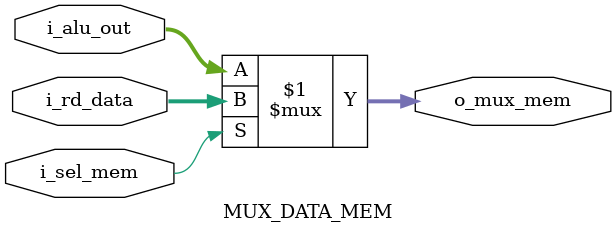
<source format=v>
`timescale 1ns / 1ps

`define WIDTH_MEM 32
module MUX_DATA_MEM(
i_rd_data , 
i_alu_out ,
i_sel_mem , 
o_mux_mem
    );
input[`WIDTH_MEM-1:0] i_rd_data ; ///output of data memory//
input [`WIDTH_MEM-1:0] i_alu_out ; //output of ALU_reg ///
input i_sel_mem ;
output [`WIDTH_MEM-1:0] o_mux_mem ;

assign o_mux_mem = i_sel_mem? i_rd_data : i_alu_out ;     
endmodule

</source>
